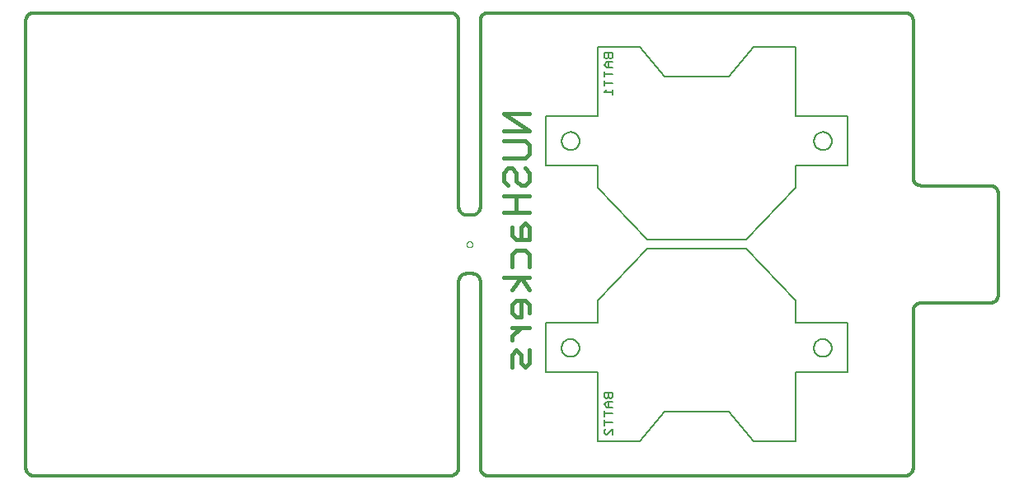
<source format=gbo>
G75*
%MOIN*%
%OFA0B0*%
%FSLAX25Y25*%
%IPPOS*%
%LPD*%
%AMOC8*
5,1,8,0,0,1.08239X$1,22.5*
%
%ADD10C,0.01200*%
%ADD11C,0.00000*%
%ADD12C,0.01700*%
%ADD13C,0.00500*%
%ADD14C,0.00600*%
D10*
X0004800Y0001600D02*
X0173400Y0001600D01*
X0173399Y0001601D02*
X0173517Y0001613D01*
X0173633Y0001630D01*
X0173749Y0001650D01*
X0173865Y0001674D01*
X0173979Y0001702D01*
X0174093Y0001733D01*
X0174205Y0001769D01*
X0174316Y0001808D01*
X0174426Y0001851D01*
X0174534Y0001898D01*
X0174641Y0001948D01*
X0174746Y0002002D01*
X0174849Y0002059D01*
X0174950Y0002119D01*
X0175049Y0002183D01*
X0175146Y0002250D01*
X0175240Y0002321D01*
X0175332Y0002394D01*
X0175422Y0002471D01*
X0175509Y0002550D01*
X0175593Y0002633D01*
X0175675Y0002718D01*
X0175753Y0002806D01*
X0175829Y0002896D01*
X0175901Y0002989D01*
X0175971Y0003084D01*
X0176037Y0003182D01*
X0176100Y0003281D01*
X0176159Y0003383D01*
X0176215Y0003487D01*
X0176268Y0003592D01*
X0176317Y0003699D01*
X0176363Y0003808D01*
X0176404Y0003918D01*
X0176442Y0004030D01*
X0176477Y0004142D01*
X0176507Y0004256D01*
X0176534Y0004371D01*
X0176557Y0004486D01*
X0176576Y0004603D01*
X0176591Y0004720D01*
X0176602Y0004837D01*
X0176609Y0004955D01*
X0176613Y0005072D01*
X0176612Y0005190D01*
X0176608Y0005308D01*
X0176599Y0005425D01*
X0176600Y0005425D02*
X0176600Y0080275D01*
X0176602Y0080387D01*
X0176608Y0080498D01*
X0176618Y0080609D01*
X0176631Y0080720D01*
X0176649Y0080831D01*
X0176670Y0080940D01*
X0176695Y0081049D01*
X0176724Y0081157D01*
X0176757Y0081264D01*
X0176793Y0081369D01*
X0176833Y0081474D01*
X0176877Y0081577D01*
X0176924Y0081678D01*
X0176975Y0081777D01*
X0177029Y0081875D01*
X0177086Y0081971D01*
X0177147Y0082064D01*
X0177211Y0082156D01*
X0177278Y0082245D01*
X0177349Y0082332D01*
X0177422Y0082416D01*
X0177498Y0082498D01*
X0177577Y0082577D01*
X0177659Y0082653D01*
X0177743Y0082726D01*
X0177830Y0082797D01*
X0177919Y0082864D01*
X0178011Y0082928D01*
X0178104Y0082989D01*
X0178200Y0083046D01*
X0178298Y0083100D01*
X0178397Y0083151D01*
X0178498Y0083198D01*
X0178601Y0083242D01*
X0178706Y0083282D01*
X0178811Y0083318D01*
X0178918Y0083351D01*
X0179026Y0083380D01*
X0179135Y0083405D01*
X0179244Y0083426D01*
X0179355Y0083444D01*
X0179466Y0083457D01*
X0179577Y0083467D01*
X0179688Y0083473D01*
X0179800Y0083475D01*
X0182150Y0083475D01*
X0179800Y0083475D02*
X0179725Y0083475D01*
X0182150Y0083475D02*
X0182262Y0083473D01*
X0182373Y0083467D01*
X0182484Y0083457D01*
X0182595Y0083444D01*
X0182706Y0083426D01*
X0182815Y0083405D01*
X0182924Y0083380D01*
X0183032Y0083351D01*
X0183139Y0083318D01*
X0183244Y0083282D01*
X0183349Y0083242D01*
X0183452Y0083198D01*
X0183553Y0083151D01*
X0183652Y0083100D01*
X0183750Y0083046D01*
X0183846Y0082989D01*
X0183939Y0082928D01*
X0184031Y0082864D01*
X0184120Y0082797D01*
X0184207Y0082726D01*
X0184291Y0082653D01*
X0184373Y0082577D01*
X0184452Y0082498D01*
X0184528Y0082416D01*
X0184601Y0082332D01*
X0184672Y0082245D01*
X0184739Y0082156D01*
X0184803Y0082064D01*
X0184864Y0081971D01*
X0184921Y0081875D01*
X0184975Y0081777D01*
X0185026Y0081678D01*
X0185073Y0081577D01*
X0185117Y0081474D01*
X0185157Y0081369D01*
X0185193Y0081264D01*
X0185226Y0081157D01*
X0185255Y0081049D01*
X0185280Y0080940D01*
X0185301Y0080831D01*
X0185319Y0080720D01*
X0185332Y0080609D01*
X0185342Y0080498D01*
X0185348Y0080387D01*
X0185350Y0080275D01*
X0185350Y0004800D01*
X0185352Y0004688D01*
X0185358Y0004577D01*
X0185368Y0004466D01*
X0185381Y0004355D01*
X0185399Y0004244D01*
X0185420Y0004135D01*
X0185445Y0004026D01*
X0185474Y0003918D01*
X0185507Y0003811D01*
X0185543Y0003706D01*
X0185583Y0003601D01*
X0185627Y0003498D01*
X0185674Y0003397D01*
X0185725Y0003298D01*
X0185779Y0003200D01*
X0185836Y0003104D01*
X0185897Y0003011D01*
X0185961Y0002919D01*
X0186028Y0002830D01*
X0186099Y0002743D01*
X0186172Y0002659D01*
X0186248Y0002577D01*
X0186327Y0002498D01*
X0186409Y0002422D01*
X0186493Y0002349D01*
X0186580Y0002278D01*
X0186669Y0002211D01*
X0186761Y0002147D01*
X0186854Y0002086D01*
X0186950Y0002029D01*
X0187048Y0001975D01*
X0187147Y0001924D01*
X0187248Y0001877D01*
X0187351Y0001833D01*
X0187456Y0001793D01*
X0187561Y0001757D01*
X0187668Y0001724D01*
X0187776Y0001695D01*
X0187885Y0001670D01*
X0187994Y0001649D01*
X0188105Y0001631D01*
X0188216Y0001618D01*
X0188327Y0001608D01*
X0188438Y0001602D01*
X0188550Y0001600D01*
X0357150Y0001600D01*
X0357262Y0001602D01*
X0357373Y0001608D01*
X0357484Y0001618D01*
X0357595Y0001631D01*
X0357706Y0001649D01*
X0357815Y0001670D01*
X0357924Y0001695D01*
X0358032Y0001724D01*
X0358139Y0001757D01*
X0358244Y0001793D01*
X0358349Y0001833D01*
X0358452Y0001877D01*
X0358553Y0001924D01*
X0358652Y0001975D01*
X0358750Y0002029D01*
X0358846Y0002086D01*
X0358939Y0002147D01*
X0359031Y0002211D01*
X0359120Y0002278D01*
X0359207Y0002349D01*
X0359291Y0002422D01*
X0359373Y0002498D01*
X0359452Y0002577D01*
X0359528Y0002659D01*
X0359601Y0002743D01*
X0359672Y0002830D01*
X0359739Y0002919D01*
X0359803Y0003011D01*
X0359864Y0003104D01*
X0359921Y0003200D01*
X0359975Y0003298D01*
X0360026Y0003397D01*
X0360073Y0003498D01*
X0360117Y0003601D01*
X0360157Y0003706D01*
X0360193Y0003811D01*
X0360226Y0003918D01*
X0360255Y0004026D01*
X0360280Y0004135D01*
X0360301Y0004244D01*
X0360319Y0004355D01*
X0360332Y0004466D01*
X0360342Y0004577D01*
X0360348Y0004688D01*
X0360350Y0004800D01*
X0360350Y0068400D01*
X0360352Y0068512D01*
X0360358Y0068623D01*
X0360368Y0068734D01*
X0360381Y0068845D01*
X0360399Y0068956D01*
X0360420Y0069065D01*
X0360445Y0069174D01*
X0360474Y0069282D01*
X0360507Y0069389D01*
X0360543Y0069494D01*
X0360583Y0069599D01*
X0360627Y0069702D01*
X0360674Y0069803D01*
X0360725Y0069902D01*
X0360779Y0070000D01*
X0360836Y0070096D01*
X0360897Y0070189D01*
X0360961Y0070281D01*
X0361028Y0070370D01*
X0361099Y0070457D01*
X0361172Y0070541D01*
X0361248Y0070623D01*
X0361327Y0070702D01*
X0361409Y0070778D01*
X0361493Y0070851D01*
X0361580Y0070922D01*
X0361669Y0070989D01*
X0361761Y0071053D01*
X0361854Y0071114D01*
X0361950Y0071171D01*
X0362048Y0071225D01*
X0362147Y0071276D01*
X0362248Y0071323D01*
X0362351Y0071367D01*
X0362456Y0071407D01*
X0362561Y0071443D01*
X0362668Y0071476D01*
X0362776Y0071505D01*
X0362885Y0071530D01*
X0362994Y0071551D01*
X0363105Y0071569D01*
X0363216Y0071582D01*
X0363327Y0071592D01*
X0363438Y0071598D01*
X0363550Y0071600D01*
X0391525Y0071600D01*
X0391637Y0071602D01*
X0391748Y0071608D01*
X0391859Y0071618D01*
X0391970Y0071631D01*
X0392081Y0071649D01*
X0392190Y0071670D01*
X0392299Y0071695D01*
X0392407Y0071724D01*
X0392514Y0071757D01*
X0392619Y0071793D01*
X0392724Y0071833D01*
X0392827Y0071877D01*
X0392928Y0071924D01*
X0393027Y0071975D01*
X0393125Y0072029D01*
X0393221Y0072086D01*
X0393314Y0072147D01*
X0393406Y0072211D01*
X0393495Y0072278D01*
X0393582Y0072349D01*
X0393666Y0072422D01*
X0393748Y0072498D01*
X0393827Y0072577D01*
X0393903Y0072659D01*
X0393976Y0072743D01*
X0394047Y0072830D01*
X0394114Y0072919D01*
X0394178Y0073011D01*
X0394239Y0073104D01*
X0394296Y0073200D01*
X0394350Y0073298D01*
X0394401Y0073397D01*
X0394448Y0073498D01*
X0394492Y0073601D01*
X0394532Y0073706D01*
X0394568Y0073811D01*
X0394601Y0073918D01*
X0394630Y0074026D01*
X0394655Y0074135D01*
X0394676Y0074244D01*
X0394694Y0074355D01*
X0394707Y0074466D01*
X0394717Y0074577D01*
X0394723Y0074688D01*
X0394725Y0074800D01*
X0394725Y0115900D01*
X0394723Y0116012D01*
X0394717Y0116123D01*
X0394707Y0116234D01*
X0394694Y0116345D01*
X0394676Y0116456D01*
X0394655Y0116565D01*
X0394630Y0116674D01*
X0394601Y0116782D01*
X0394568Y0116889D01*
X0394532Y0116994D01*
X0394492Y0117099D01*
X0394448Y0117202D01*
X0394401Y0117303D01*
X0394350Y0117402D01*
X0394296Y0117500D01*
X0394239Y0117596D01*
X0394178Y0117689D01*
X0394114Y0117781D01*
X0394047Y0117870D01*
X0393976Y0117957D01*
X0393903Y0118041D01*
X0393827Y0118123D01*
X0393748Y0118202D01*
X0393666Y0118278D01*
X0393582Y0118351D01*
X0393495Y0118422D01*
X0393406Y0118489D01*
X0393314Y0118553D01*
X0393221Y0118614D01*
X0393125Y0118671D01*
X0393027Y0118725D01*
X0392928Y0118776D01*
X0392827Y0118823D01*
X0392724Y0118867D01*
X0392619Y0118907D01*
X0392514Y0118943D01*
X0392407Y0118976D01*
X0392299Y0119005D01*
X0392190Y0119030D01*
X0392081Y0119051D01*
X0391970Y0119069D01*
X0391859Y0119082D01*
X0391748Y0119092D01*
X0391637Y0119098D01*
X0391525Y0119100D01*
X0363550Y0119100D01*
X0363438Y0119102D01*
X0363327Y0119108D01*
X0363216Y0119118D01*
X0363105Y0119131D01*
X0362994Y0119149D01*
X0362885Y0119170D01*
X0362776Y0119195D01*
X0362668Y0119224D01*
X0362561Y0119257D01*
X0362456Y0119293D01*
X0362351Y0119333D01*
X0362248Y0119377D01*
X0362147Y0119424D01*
X0362048Y0119475D01*
X0361950Y0119529D01*
X0361854Y0119586D01*
X0361761Y0119647D01*
X0361669Y0119711D01*
X0361580Y0119778D01*
X0361493Y0119849D01*
X0361409Y0119922D01*
X0361327Y0119998D01*
X0361248Y0120077D01*
X0361172Y0120159D01*
X0361099Y0120243D01*
X0361028Y0120330D01*
X0360961Y0120419D01*
X0360897Y0120511D01*
X0360836Y0120604D01*
X0360779Y0120700D01*
X0360725Y0120798D01*
X0360674Y0120897D01*
X0360627Y0120998D01*
X0360583Y0121101D01*
X0360543Y0121206D01*
X0360507Y0121311D01*
X0360474Y0121418D01*
X0360445Y0121526D01*
X0360420Y0121635D01*
X0360399Y0121744D01*
X0360381Y0121855D01*
X0360368Y0121966D01*
X0360358Y0122077D01*
X0360352Y0122188D01*
X0360350Y0122300D01*
X0360350Y0185900D01*
X0360348Y0186012D01*
X0360342Y0186123D01*
X0360332Y0186234D01*
X0360319Y0186345D01*
X0360301Y0186456D01*
X0360280Y0186565D01*
X0360255Y0186674D01*
X0360226Y0186782D01*
X0360193Y0186889D01*
X0360157Y0186994D01*
X0360117Y0187099D01*
X0360073Y0187202D01*
X0360026Y0187303D01*
X0359975Y0187402D01*
X0359921Y0187500D01*
X0359864Y0187596D01*
X0359803Y0187689D01*
X0359739Y0187781D01*
X0359672Y0187870D01*
X0359601Y0187957D01*
X0359528Y0188041D01*
X0359452Y0188123D01*
X0359373Y0188202D01*
X0359291Y0188278D01*
X0359207Y0188351D01*
X0359120Y0188422D01*
X0359031Y0188489D01*
X0358939Y0188553D01*
X0358846Y0188614D01*
X0358750Y0188671D01*
X0358652Y0188725D01*
X0358553Y0188776D01*
X0358452Y0188823D01*
X0358349Y0188867D01*
X0358244Y0188907D01*
X0358139Y0188943D01*
X0358032Y0188976D01*
X0357924Y0189005D01*
X0357815Y0189030D01*
X0357706Y0189051D01*
X0357595Y0189069D01*
X0357484Y0189082D01*
X0357373Y0189092D01*
X0357262Y0189098D01*
X0357150Y0189100D01*
X0188550Y0189100D01*
X0188438Y0189098D01*
X0188327Y0189092D01*
X0188216Y0189082D01*
X0188105Y0189069D01*
X0187994Y0189051D01*
X0187885Y0189030D01*
X0187776Y0189005D01*
X0187668Y0188976D01*
X0187561Y0188943D01*
X0187456Y0188907D01*
X0187351Y0188867D01*
X0187248Y0188823D01*
X0187147Y0188776D01*
X0187048Y0188725D01*
X0186950Y0188671D01*
X0186854Y0188614D01*
X0186761Y0188553D01*
X0186669Y0188489D01*
X0186580Y0188422D01*
X0186493Y0188351D01*
X0186409Y0188278D01*
X0186327Y0188202D01*
X0186248Y0188123D01*
X0186172Y0188041D01*
X0186099Y0187957D01*
X0186028Y0187870D01*
X0185961Y0187781D01*
X0185897Y0187689D01*
X0185836Y0187596D01*
X0185779Y0187500D01*
X0185725Y0187402D01*
X0185674Y0187303D01*
X0185627Y0187202D01*
X0185583Y0187099D01*
X0185543Y0186994D01*
X0185507Y0186889D01*
X0185474Y0186782D01*
X0185445Y0186674D01*
X0185420Y0186565D01*
X0185399Y0186456D01*
X0185381Y0186345D01*
X0185368Y0186234D01*
X0185358Y0186123D01*
X0185352Y0186012D01*
X0185350Y0185900D01*
X0185350Y0110425D01*
X0185348Y0110313D01*
X0185342Y0110202D01*
X0185332Y0110091D01*
X0185319Y0109980D01*
X0185301Y0109869D01*
X0185280Y0109760D01*
X0185255Y0109651D01*
X0185226Y0109543D01*
X0185193Y0109436D01*
X0185157Y0109331D01*
X0185117Y0109226D01*
X0185073Y0109123D01*
X0185026Y0109022D01*
X0184975Y0108923D01*
X0184921Y0108825D01*
X0184864Y0108729D01*
X0184803Y0108636D01*
X0184739Y0108544D01*
X0184672Y0108455D01*
X0184601Y0108368D01*
X0184528Y0108284D01*
X0184452Y0108202D01*
X0184373Y0108123D01*
X0184291Y0108047D01*
X0184207Y0107974D01*
X0184120Y0107903D01*
X0184031Y0107836D01*
X0183939Y0107772D01*
X0183846Y0107711D01*
X0183750Y0107654D01*
X0183652Y0107600D01*
X0183553Y0107549D01*
X0183452Y0107502D01*
X0183349Y0107458D01*
X0183244Y0107418D01*
X0183139Y0107382D01*
X0183032Y0107349D01*
X0182924Y0107320D01*
X0182815Y0107295D01*
X0182706Y0107274D01*
X0182595Y0107256D01*
X0182484Y0107243D01*
X0182373Y0107233D01*
X0182262Y0107227D01*
X0182150Y0107225D01*
X0179800Y0107225D01*
X0179688Y0107227D01*
X0179577Y0107233D01*
X0179466Y0107243D01*
X0179355Y0107256D01*
X0179244Y0107274D01*
X0179135Y0107295D01*
X0179026Y0107320D01*
X0178918Y0107349D01*
X0178811Y0107382D01*
X0178706Y0107418D01*
X0178601Y0107458D01*
X0178498Y0107502D01*
X0178397Y0107549D01*
X0178298Y0107600D01*
X0178200Y0107654D01*
X0178104Y0107711D01*
X0178011Y0107772D01*
X0177919Y0107836D01*
X0177830Y0107903D01*
X0177743Y0107974D01*
X0177659Y0108047D01*
X0177577Y0108123D01*
X0177498Y0108202D01*
X0177422Y0108284D01*
X0177349Y0108368D01*
X0177278Y0108455D01*
X0177211Y0108544D01*
X0177147Y0108636D01*
X0177086Y0108729D01*
X0177029Y0108825D01*
X0176975Y0108923D01*
X0176924Y0109022D01*
X0176877Y0109123D01*
X0176833Y0109226D01*
X0176793Y0109331D01*
X0176757Y0109436D01*
X0176724Y0109543D01*
X0176695Y0109651D01*
X0176670Y0109760D01*
X0176649Y0109869D01*
X0176631Y0109980D01*
X0176618Y0110091D01*
X0176608Y0110202D01*
X0176602Y0110313D01*
X0176600Y0110425D01*
X0176600Y0185275D01*
X0176599Y0185275D02*
X0176608Y0185392D01*
X0176612Y0185510D01*
X0176613Y0185628D01*
X0176609Y0185745D01*
X0176602Y0185863D01*
X0176591Y0185980D01*
X0176576Y0186097D01*
X0176557Y0186214D01*
X0176534Y0186329D01*
X0176507Y0186444D01*
X0176477Y0186558D01*
X0176442Y0186670D01*
X0176404Y0186782D01*
X0176363Y0186892D01*
X0176317Y0187001D01*
X0176268Y0187108D01*
X0176215Y0187213D01*
X0176159Y0187317D01*
X0176100Y0187419D01*
X0176037Y0187518D01*
X0175971Y0187616D01*
X0175901Y0187711D01*
X0175829Y0187804D01*
X0175753Y0187894D01*
X0175675Y0187982D01*
X0175593Y0188067D01*
X0175509Y0188150D01*
X0175422Y0188229D01*
X0175332Y0188306D01*
X0175240Y0188379D01*
X0175146Y0188450D01*
X0175049Y0188517D01*
X0174950Y0188581D01*
X0174849Y0188641D01*
X0174746Y0188698D01*
X0174641Y0188752D01*
X0174534Y0188802D01*
X0174426Y0188849D01*
X0174316Y0188892D01*
X0174205Y0188931D01*
X0174093Y0188967D01*
X0173979Y0188998D01*
X0173865Y0189026D01*
X0173749Y0189050D01*
X0173633Y0189070D01*
X0173517Y0189087D01*
X0173399Y0189099D01*
X0173400Y0189100D02*
X0009800Y0189100D01*
X0009725Y0189100D02*
X0004800Y0189100D01*
X0004688Y0189098D01*
X0004577Y0189092D01*
X0004466Y0189082D01*
X0004355Y0189069D01*
X0004244Y0189051D01*
X0004135Y0189030D01*
X0004026Y0189005D01*
X0003918Y0188976D01*
X0003811Y0188943D01*
X0003706Y0188907D01*
X0003601Y0188867D01*
X0003498Y0188823D01*
X0003397Y0188776D01*
X0003298Y0188725D01*
X0003200Y0188671D01*
X0003104Y0188614D01*
X0003011Y0188553D01*
X0002919Y0188489D01*
X0002830Y0188422D01*
X0002743Y0188351D01*
X0002659Y0188278D01*
X0002577Y0188202D01*
X0002498Y0188123D01*
X0002422Y0188041D01*
X0002349Y0187957D01*
X0002278Y0187870D01*
X0002211Y0187781D01*
X0002147Y0187689D01*
X0002086Y0187596D01*
X0002029Y0187500D01*
X0001975Y0187402D01*
X0001924Y0187303D01*
X0001877Y0187202D01*
X0001833Y0187099D01*
X0001793Y0186994D01*
X0001757Y0186889D01*
X0001724Y0186782D01*
X0001695Y0186674D01*
X0001670Y0186565D01*
X0001649Y0186456D01*
X0001631Y0186345D01*
X0001618Y0186234D01*
X0001608Y0186123D01*
X0001602Y0186012D01*
X0001600Y0185900D01*
X0001600Y0004800D01*
X0001602Y0004688D01*
X0001608Y0004577D01*
X0001618Y0004466D01*
X0001631Y0004355D01*
X0001649Y0004244D01*
X0001670Y0004135D01*
X0001695Y0004026D01*
X0001724Y0003918D01*
X0001757Y0003811D01*
X0001793Y0003706D01*
X0001833Y0003601D01*
X0001877Y0003498D01*
X0001924Y0003397D01*
X0001975Y0003298D01*
X0002029Y0003200D01*
X0002086Y0003104D01*
X0002147Y0003011D01*
X0002211Y0002919D01*
X0002278Y0002830D01*
X0002349Y0002743D01*
X0002422Y0002659D01*
X0002498Y0002577D01*
X0002577Y0002498D01*
X0002659Y0002422D01*
X0002743Y0002349D01*
X0002830Y0002278D01*
X0002919Y0002211D01*
X0003011Y0002147D01*
X0003104Y0002086D01*
X0003200Y0002029D01*
X0003298Y0001975D01*
X0003397Y0001924D01*
X0003498Y0001877D01*
X0003601Y0001833D01*
X0003706Y0001793D01*
X0003811Y0001757D01*
X0003918Y0001724D01*
X0004026Y0001695D01*
X0004135Y0001670D01*
X0004244Y0001649D01*
X0004355Y0001631D01*
X0004466Y0001618D01*
X0004577Y0001608D01*
X0004688Y0001602D01*
X0004800Y0001600D01*
D11*
X0179794Y0095350D02*
X0179796Y0095419D01*
X0179802Y0095487D01*
X0179812Y0095555D01*
X0179826Y0095622D01*
X0179844Y0095689D01*
X0179865Y0095754D01*
X0179891Y0095818D01*
X0179920Y0095880D01*
X0179952Y0095940D01*
X0179988Y0095999D01*
X0180028Y0096055D01*
X0180070Y0096109D01*
X0180116Y0096160D01*
X0180165Y0096209D01*
X0180216Y0096255D01*
X0180270Y0096297D01*
X0180326Y0096337D01*
X0180384Y0096373D01*
X0180445Y0096405D01*
X0180507Y0096434D01*
X0180571Y0096460D01*
X0180636Y0096481D01*
X0180703Y0096499D01*
X0180770Y0096513D01*
X0180838Y0096523D01*
X0180906Y0096529D01*
X0180975Y0096531D01*
X0181044Y0096529D01*
X0181112Y0096523D01*
X0181180Y0096513D01*
X0181247Y0096499D01*
X0181314Y0096481D01*
X0181379Y0096460D01*
X0181443Y0096434D01*
X0181505Y0096405D01*
X0181565Y0096373D01*
X0181624Y0096337D01*
X0181680Y0096297D01*
X0181734Y0096255D01*
X0181785Y0096209D01*
X0181834Y0096160D01*
X0181880Y0096109D01*
X0181922Y0096055D01*
X0181962Y0095999D01*
X0181998Y0095940D01*
X0182030Y0095880D01*
X0182059Y0095818D01*
X0182085Y0095754D01*
X0182106Y0095689D01*
X0182124Y0095622D01*
X0182138Y0095555D01*
X0182148Y0095487D01*
X0182154Y0095419D01*
X0182156Y0095350D01*
X0182154Y0095281D01*
X0182148Y0095213D01*
X0182138Y0095145D01*
X0182124Y0095078D01*
X0182106Y0095011D01*
X0182085Y0094946D01*
X0182059Y0094882D01*
X0182030Y0094820D01*
X0181998Y0094759D01*
X0181962Y0094701D01*
X0181922Y0094645D01*
X0181880Y0094591D01*
X0181834Y0094540D01*
X0181785Y0094491D01*
X0181734Y0094445D01*
X0181680Y0094403D01*
X0181624Y0094363D01*
X0181566Y0094327D01*
X0181505Y0094295D01*
X0181443Y0094266D01*
X0181379Y0094240D01*
X0181314Y0094219D01*
X0181247Y0094201D01*
X0181180Y0094187D01*
X0181112Y0094177D01*
X0181044Y0094171D01*
X0180975Y0094169D01*
X0180906Y0094171D01*
X0180838Y0094177D01*
X0180770Y0094187D01*
X0180703Y0094201D01*
X0180636Y0094219D01*
X0180571Y0094240D01*
X0180507Y0094266D01*
X0180445Y0094295D01*
X0180384Y0094327D01*
X0180326Y0094363D01*
X0180270Y0094403D01*
X0180216Y0094445D01*
X0180165Y0094491D01*
X0180116Y0094540D01*
X0180070Y0094591D01*
X0180028Y0094645D01*
X0179988Y0094701D01*
X0179952Y0094759D01*
X0179920Y0094820D01*
X0179891Y0094882D01*
X0179865Y0094946D01*
X0179844Y0095011D01*
X0179826Y0095078D01*
X0179812Y0095145D01*
X0179802Y0095213D01*
X0179796Y0095281D01*
X0179794Y0095350D01*
D12*
X0198252Y0098898D02*
X0199971Y0097180D01*
X0205125Y0097180D01*
X0205125Y0102334D01*
X0203407Y0104052D01*
X0201689Y0102334D01*
X0201689Y0097180D01*
X0198252Y0098898D02*
X0198252Y0102334D01*
X0199971Y0108229D02*
X0199971Y0115102D01*
X0205125Y0115102D02*
X0194816Y0115102D01*
X0196534Y0119279D02*
X0194816Y0120997D01*
X0194816Y0124433D01*
X0196534Y0126151D01*
X0198252Y0126151D01*
X0199971Y0124433D01*
X0199971Y0120997D01*
X0201689Y0119279D01*
X0203407Y0119279D01*
X0205125Y0120997D01*
X0205125Y0124433D01*
X0203407Y0126151D01*
X0203407Y0130328D02*
X0194816Y0130328D01*
X0203407Y0130328D02*
X0205125Y0132046D01*
X0205125Y0135482D01*
X0203407Y0137201D01*
X0194816Y0137201D01*
X0194816Y0141377D02*
X0205125Y0141377D01*
X0194816Y0148250D01*
X0205125Y0148250D01*
X0205125Y0108229D02*
X0194816Y0108229D01*
X0199971Y0093003D02*
X0203407Y0093003D01*
X0205125Y0091285D01*
X0205125Y0086130D01*
X0198252Y0086130D02*
X0198252Y0091285D01*
X0199971Y0093003D01*
X0201689Y0081953D02*
X0198252Y0076799D01*
X0201689Y0081953D02*
X0205125Y0076799D01*
X0203407Y0072746D02*
X0199971Y0072746D01*
X0198252Y0071027D01*
X0198252Y0067591D01*
X0199971Y0065873D01*
X0201689Y0065873D01*
X0201689Y0072746D01*
X0203407Y0072746D02*
X0205125Y0071027D01*
X0205125Y0067591D01*
X0205125Y0061696D02*
X0198252Y0061696D01*
X0198252Y0058260D02*
X0201689Y0061696D01*
X0198252Y0058260D02*
X0198252Y0056542D01*
X0199971Y0052488D02*
X0198252Y0050770D01*
X0198252Y0045616D01*
X0201689Y0047334D02*
X0201689Y0050770D01*
X0199971Y0052488D01*
X0205125Y0052488D02*
X0205125Y0047334D01*
X0203407Y0045616D01*
X0201689Y0047334D01*
X0205125Y0081953D02*
X0194816Y0081953D01*
D13*
X0211800Y0063475D02*
X0211800Y0043475D01*
X0232800Y0043475D01*
X0232800Y0015475D01*
X0249800Y0015475D01*
X0259800Y0027475D01*
X0285800Y0027475D01*
X0295800Y0015475D01*
X0312800Y0015475D01*
X0312800Y0043475D01*
X0333800Y0043475D01*
X0333800Y0063475D01*
X0312800Y0063475D01*
X0312800Y0072475D01*
X0292800Y0093475D01*
X0252800Y0093475D01*
X0232800Y0072475D01*
X0232800Y0063475D01*
X0211800Y0063475D01*
X0218194Y0053475D02*
X0218196Y0053595D01*
X0218202Y0053715D01*
X0218212Y0053834D01*
X0218226Y0053953D01*
X0218244Y0054072D01*
X0218265Y0054190D01*
X0218291Y0054307D01*
X0218321Y0054423D01*
X0218354Y0054538D01*
X0218391Y0054652D01*
X0218432Y0054764D01*
X0218477Y0054876D01*
X0218526Y0054985D01*
X0218578Y0055093D01*
X0218633Y0055200D01*
X0218692Y0055304D01*
X0218755Y0055406D01*
X0218821Y0055506D01*
X0218890Y0055604D01*
X0218962Y0055700D01*
X0219038Y0055793D01*
X0219116Y0055883D01*
X0219198Y0055971D01*
X0219282Y0056056D01*
X0219369Y0056139D01*
X0219459Y0056218D01*
X0219552Y0056294D01*
X0219647Y0056367D01*
X0219744Y0056437D01*
X0219844Y0056504D01*
X0219945Y0056567D01*
X0220049Y0056627D01*
X0220155Y0056684D01*
X0220262Y0056737D01*
X0220372Y0056786D01*
X0220483Y0056832D01*
X0220595Y0056874D01*
X0220709Y0056912D01*
X0220823Y0056946D01*
X0220939Y0056977D01*
X0221056Y0057003D01*
X0221174Y0057026D01*
X0221292Y0057045D01*
X0221411Y0057060D01*
X0221531Y0057071D01*
X0221650Y0057078D01*
X0221770Y0057081D01*
X0221890Y0057080D01*
X0222010Y0057075D01*
X0222129Y0057066D01*
X0222248Y0057053D01*
X0222367Y0057036D01*
X0222485Y0057015D01*
X0222602Y0056991D01*
X0222719Y0056962D01*
X0222834Y0056930D01*
X0222948Y0056893D01*
X0223061Y0056853D01*
X0223173Y0056809D01*
X0223283Y0056762D01*
X0223392Y0056711D01*
X0223498Y0056656D01*
X0223603Y0056598D01*
X0223706Y0056536D01*
X0223807Y0056471D01*
X0223905Y0056403D01*
X0224001Y0056331D01*
X0224095Y0056257D01*
X0224186Y0056179D01*
X0224275Y0056098D01*
X0224360Y0056014D01*
X0224443Y0055928D01*
X0224523Y0055838D01*
X0224601Y0055747D01*
X0224674Y0055652D01*
X0224745Y0055556D01*
X0224813Y0055457D01*
X0224877Y0055355D01*
X0224938Y0055252D01*
X0224995Y0055147D01*
X0225049Y0055040D01*
X0225099Y0054931D01*
X0225146Y0054820D01*
X0225189Y0054708D01*
X0225228Y0054595D01*
X0225263Y0054480D01*
X0225294Y0054365D01*
X0225322Y0054248D01*
X0225346Y0054131D01*
X0225366Y0054012D01*
X0225382Y0053894D01*
X0225394Y0053774D01*
X0225402Y0053655D01*
X0225406Y0053535D01*
X0225406Y0053415D01*
X0225402Y0053295D01*
X0225394Y0053176D01*
X0225382Y0053056D01*
X0225366Y0052938D01*
X0225346Y0052819D01*
X0225322Y0052702D01*
X0225294Y0052585D01*
X0225263Y0052470D01*
X0225228Y0052355D01*
X0225189Y0052242D01*
X0225146Y0052130D01*
X0225099Y0052019D01*
X0225049Y0051910D01*
X0224995Y0051803D01*
X0224938Y0051698D01*
X0224877Y0051595D01*
X0224813Y0051493D01*
X0224745Y0051394D01*
X0224674Y0051298D01*
X0224601Y0051203D01*
X0224523Y0051112D01*
X0224443Y0051022D01*
X0224360Y0050936D01*
X0224275Y0050852D01*
X0224186Y0050771D01*
X0224095Y0050693D01*
X0224001Y0050619D01*
X0223905Y0050547D01*
X0223807Y0050479D01*
X0223706Y0050414D01*
X0223603Y0050352D01*
X0223498Y0050294D01*
X0223392Y0050239D01*
X0223283Y0050188D01*
X0223173Y0050141D01*
X0223061Y0050097D01*
X0222948Y0050057D01*
X0222834Y0050020D01*
X0222719Y0049988D01*
X0222602Y0049959D01*
X0222485Y0049935D01*
X0222367Y0049914D01*
X0222248Y0049897D01*
X0222129Y0049884D01*
X0222010Y0049875D01*
X0221890Y0049870D01*
X0221770Y0049869D01*
X0221650Y0049872D01*
X0221531Y0049879D01*
X0221411Y0049890D01*
X0221292Y0049905D01*
X0221174Y0049924D01*
X0221056Y0049947D01*
X0220939Y0049973D01*
X0220823Y0050004D01*
X0220709Y0050038D01*
X0220595Y0050076D01*
X0220483Y0050118D01*
X0220372Y0050164D01*
X0220262Y0050213D01*
X0220155Y0050266D01*
X0220049Y0050323D01*
X0219945Y0050383D01*
X0219844Y0050446D01*
X0219744Y0050513D01*
X0219647Y0050583D01*
X0219552Y0050656D01*
X0219459Y0050732D01*
X0219369Y0050811D01*
X0219282Y0050894D01*
X0219198Y0050979D01*
X0219116Y0051067D01*
X0219038Y0051157D01*
X0218962Y0051250D01*
X0218890Y0051346D01*
X0218821Y0051444D01*
X0218755Y0051544D01*
X0218692Y0051646D01*
X0218633Y0051750D01*
X0218578Y0051857D01*
X0218526Y0051965D01*
X0218477Y0052074D01*
X0218432Y0052186D01*
X0218391Y0052298D01*
X0218354Y0052412D01*
X0218321Y0052527D01*
X0218291Y0052643D01*
X0218265Y0052760D01*
X0218244Y0052878D01*
X0218226Y0052997D01*
X0218212Y0053116D01*
X0218202Y0053235D01*
X0218196Y0053355D01*
X0218194Y0053475D01*
X0252850Y0097225D02*
X0232850Y0118225D01*
X0232850Y0127225D01*
X0211850Y0127225D01*
X0211850Y0147225D01*
X0232850Y0147225D01*
X0232850Y0175225D01*
X0249850Y0175225D01*
X0259850Y0163225D01*
X0285850Y0163225D01*
X0295850Y0175225D01*
X0312850Y0175225D01*
X0312850Y0147225D01*
X0333850Y0147225D01*
X0333850Y0127225D01*
X0312850Y0127225D01*
X0312850Y0118225D01*
X0292850Y0097225D01*
X0252850Y0097225D01*
X0218244Y0137225D02*
X0218246Y0137345D01*
X0218252Y0137465D01*
X0218262Y0137584D01*
X0218276Y0137703D01*
X0218294Y0137822D01*
X0218315Y0137940D01*
X0218341Y0138057D01*
X0218371Y0138173D01*
X0218404Y0138288D01*
X0218441Y0138402D01*
X0218482Y0138514D01*
X0218527Y0138626D01*
X0218576Y0138735D01*
X0218628Y0138843D01*
X0218683Y0138950D01*
X0218742Y0139054D01*
X0218805Y0139156D01*
X0218871Y0139256D01*
X0218940Y0139354D01*
X0219012Y0139450D01*
X0219088Y0139543D01*
X0219166Y0139633D01*
X0219248Y0139721D01*
X0219332Y0139806D01*
X0219419Y0139889D01*
X0219509Y0139968D01*
X0219602Y0140044D01*
X0219697Y0140117D01*
X0219794Y0140187D01*
X0219894Y0140254D01*
X0219995Y0140317D01*
X0220099Y0140377D01*
X0220205Y0140434D01*
X0220312Y0140487D01*
X0220422Y0140536D01*
X0220533Y0140582D01*
X0220645Y0140624D01*
X0220759Y0140662D01*
X0220873Y0140696D01*
X0220989Y0140727D01*
X0221106Y0140753D01*
X0221224Y0140776D01*
X0221342Y0140795D01*
X0221461Y0140810D01*
X0221581Y0140821D01*
X0221700Y0140828D01*
X0221820Y0140831D01*
X0221940Y0140830D01*
X0222060Y0140825D01*
X0222179Y0140816D01*
X0222298Y0140803D01*
X0222417Y0140786D01*
X0222535Y0140765D01*
X0222652Y0140741D01*
X0222769Y0140712D01*
X0222884Y0140680D01*
X0222998Y0140643D01*
X0223111Y0140603D01*
X0223223Y0140559D01*
X0223333Y0140512D01*
X0223442Y0140461D01*
X0223548Y0140406D01*
X0223653Y0140348D01*
X0223756Y0140286D01*
X0223857Y0140221D01*
X0223955Y0140153D01*
X0224051Y0140081D01*
X0224145Y0140007D01*
X0224236Y0139929D01*
X0224325Y0139848D01*
X0224410Y0139764D01*
X0224493Y0139678D01*
X0224573Y0139588D01*
X0224651Y0139497D01*
X0224724Y0139402D01*
X0224795Y0139306D01*
X0224863Y0139207D01*
X0224927Y0139105D01*
X0224988Y0139002D01*
X0225045Y0138897D01*
X0225099Y0138790D01*
X0225149Y0138681D01*
X0225196Y0138570D01*
X0225239Y0138458D01*
X0225278Y0138345D01*
X0225313Y0138230D01*
X0225344Y0138115D01*
X0225372Y0137998D01*
X0225396Y0137881D01*
X0225416Y0137762D01*
X0225432Y0137644D01*
X0225444Y0137524D01*
X0225452Y0137405D01*
X0225456Y0137285D01*
X0225456Y0137165D01*
X0225452Y0137045D01*
X0225444Y0136926D01*
X0225432Y0136806D01*
X0225416Y0136688D01*
X0225396Y0136569D01*
X0225372Y0136452D01*
X0225344Y0136335D01*
X0225313Y0136220D01*
X0225278Y0136105D01*
X0225239Y0135992D01*
X0225196Y0135880D01*
X0225149Y0135769D01*
X0225099Y0135660D01*
X0225045Y0135553D01*
X0224988Y0135448D01*
X0224927Y0135345D01*
X0224863Y0135243D01*
X0224795Y0135144D01*
X0224724Y0135048D01*
X0224651Y0134953D01*
X0224573Y0134862D01*
X0224493Y0134772D01*
X0224410Y0134686D01*
X0224325Y0134602D01*
X0224236Y0134521D01*
X0224145Y0134443D01*
X0224051Y0134369D01*
X0223955Y0134297D01*
X0223857Y0134229D01*
X0223756Y0134164D01*
X0223653Y0134102D01*
X0223548Y0134044D01*
X0223442Y0133989D01*
X0223333Y0133938D01*
X0223223Y0133891D01*
X0223111Y0133847D01*
X0222998Y0133807D01*
X0222884Y0133770D01*
X0222769Y0133738D01*
X0222652Y0133709D01*
X0222535Y0133685D01*
X0222417Y0133664D01*
X0222298Y0133647D01*
X0222179Y0133634D01*
X0222060Y0133625D01*
X0221940Y0133620D01*
X0221820Y0133619D01*
X0221700Y0133622D01*
X0221581Y0133629D01*
X0221461Y0133640D01*
X0221342Y0133655D01*
X0221224Y0133674D01*
X0221106Y0133697D01*
X0220989Y0133723D01*
X0220873Y0133754D01*
X0220759Y0133788D01*
X0220645Y0133826D01*
X0220533Y0133868D01*
X0220422Y0133914D01*
X0220312Y0133963D01*
X0220205Y0134016D01*
X0220099Y0134073D01*
X0219995Y0134133D01*
X0219894Y0134196D01*
X0219794Y0134263D01*
X0219697Y0134333D01*
X0219602Y0134406D01*
X0219509Y0134482D01*
X0219419Y0134561D01*
X0219332Y0134644D01*
X0219248Y0134729D01*
X0219166Y0134817D01*
X0219088Y0134907D01*
X0219012Y0135000D01*
X0218940Y0135096D01*
X0218871Y0135194D01*
X0218805Y0135294D01*
X0218742Y0135396D01*
X0218683Y0135500D01*
X0218628Y0135607D01*
X0218576Y0135715D01*
X0218527Y0135824D01*
X0218482Y0135936D01*
X0218441Y0136048D01*
X0218404Y0136162D01*
X0218371Y0136277D01*
X0218341Y0136393D01*
X0218315Y0136510D01*
X0218294Y0136628D01*
X0218276Y0136747D01*
X0218262Y0136866D01*
X0218252Y0136985D01*
X0218246Y0137105D01*
X0218244Y0137225D01*
X0320244Y0137225D02*
X0320246Y0137345D01*
X0320252Y0137465D01*
X0320262Y0137584D01*
X0320276Y0137703D01*
X0320294Y0137822D01*
X0320315Y0137940D01*
X0320341Y0138057D01*
X0320371Y0138173D01*
X0320404Y0138288D01*
X0320441Y0138402D01*
X0320482Y0138514D01*
X0320527Y0138626D01*
X0320576Y0138735D01*
X0320628Y0138843D01*
X0320683Y0138950D01*
X0320742Y0139054D01*
X0320805Y0139156D01*
X0320871Y0139256D01*
X0320940Y0139354D01*
X0321012Y0139450D01*
X0321088Y0139543D01*
X0321166Y0139633D01*
X0321248Y0139721D01*
X0321332Y0139806D01*
X0321419Y0139889D01*
X0321509Y0139968D01*
X0321602Y0140044D01*
X0321697Y0140117D01*
X0321794Y0140187D01*
X0321894Y0140254D01*
X0321995Y0140317D01*
X0322099Y0140377D01*
X0322205Y0140434D01*
X0322312Y0140487D01*
X0322422Y0140536D01*
X0322533Y0140582D01*
X0322645Y0140624D01*
X0322759Y0140662D01*
X0322873Y0140696D01*
X0322989Y0140727D01*
X0323106Y0140753D01*
X0323224Y0140776D01*
X0323342Y0140795D01*
X0323461Y0140810D01*
X0323581Y0140821D01*
X0323700Y0140828D01*
X0323820Y0140831D01*
X0323940Y0140830D01*
X0324060Y0140825D01*
X0324179Y0140816D01*
X0324298Y0140803D01*
X0324417Y0140786D01*
X0324535Y0140765D01*
X0324652Y0140741D01*
X0324769Y0140712D01*
X0324884Y0140680D01*
X0324998Y0140643D01*
X0325111Y0140603D01*
X0325223Y0140559D01*
X0325333Y0140512D01*
X0325442Y0140461D01*
X0325548Y0140406D01*
X0325653Y0140348D01*
X0325756Y0140286D01*
X0325857Y0140221D01*
X0325955Y0140153D01*
X0326051Y0140081D01*
X0326145Y0140007D01*
X0326236Y0139929D01*
X0326325Y0139848D01*
X0326410Y0139764D01*
X0326493Y0139678D01*
X0326573Y0139588D01*
X0326651Y0139497D01*
X0326724Y0139402D01*
X0326795Y0139306D01*
X0326863Y0139207D01*
X0326927Y0139105D01*
X0326988Y0139002D01*
X0327045Y0138897D01*
X0327099Y0138790D01*
X0327149Y0138681D01*
X0327196Y0138570D01*
X0327239Y0138458D01*
X0327278Y0138345D01*
X0327313Y0138230D01*
X0327344Y0138115D01*
X0327372Y0137998D01*
X0327396Y0137881D01*
X0327416Y0137762D01*
X0327432Y0137644D01*
X0327444Y0137524D01*
X0327452Y0137405D01*
X0327456Y0137285D01*
X0327456Y0137165D01*
X0327452Y0137045D01*
X0327444Y0136926D01*
X0327432Y0136806D01*
X0327416Y0136688D01*
X0327396Y0136569D01*
X0327372Y0136452D01*
X0327344Y0136335D01*
X0327313Y0136220D01*
X0327278Y0136105D01*
X0327239Y0135992D01*
X0327196Y0135880D01*
X0327149Y0135769D01*
X0327099Y0135660D01*
X0327045Y0135553D01*
X0326988Y0135448D01*
X0326927Y0135345D01*
X0326863Y0135243D01*
X0326795Y0135144D01*
X0326724Y0135048D01*
X0326651Y0134953D01*
X0326573Y0134862D01*
X0326493Y0134772D01*
X0326410Y0134686D01*
X0326325Y0134602D01*
X0326236Y0134521D01*
X0326145Y0134443D01*
X0326051Y0134369D01*
X0325955Y0134297D01*
X0325857Y0134229D01*
X0325756Y0134164D01*
X0325653Y0134102D01*
X0325548Y0134044D01*
X0325442Y0133989D01*
X0325333Y0133938D01*
X0325223Y0133891D01*
X0325111Y0133847D01*
X0324998Y0133807D01*
X0324884Y0133770D01*
X0324769Y0133738D01*
X0324652Y0133709D01*
X0324535Y0133685D01*
X0324417Y0133664D01*
X0324298Y0133647D01*
X0324179Y0133634D01*
X0324060Y0133625D01*
X0323940Y0133620D01*
X0323820Y0133619D01*
X0323700Y0133622D01*
X0323581Y0133629D01*
X0323461Y0133640D01*
X0323342Y0133655D01*
X0323224Y0133674D01*
X0323106Y0133697D01*
X0322989Y0133723D01*
X0322873Y0133754D01*
X0322759Y0133788D01*
X0322645Y0133826D01*
X0322533Y0133868D01*
X0322422Y0133914D01*
X0322312Y0133963D01*
X0322205Y0134016D01*
X0322099Y0134073D01*
X0321995Y0134133D01*
X0321894Y0134196D01*
X0321794Y0134263D01*
X0321697Y0134333D01*
X0321602Y0134406D01*
X0321509Y0134482D01*
X0321419Y0134561D01*
X0321332Y0134644D01*
X0321248Y0134729D01*
X0321166Y0134817D01*
X0321088Y0134907D01*
X0321012Y0135000D01*
X0320940Y0135096D01*
X0320871Y0135194D01*
X0320805Y0135294D01*
X0320742Y0135396D01*
X0320683Y0135500D01*
X0320628Y0135607D01*
X0320576Y0135715D01*
X0320527Y0135824D01*
X0320482Y0135936D01*
X0320441Y0136048D01*
X0320404Y0136162D01*
X0320371Y0136277D01*
X0320341Y0136393D01*
X0320315Y0136510D01*
X0320294Y0136628D01*
X0320276Y0136747D01*
X0320262Y0136866D01*
X0320252Y0136985D01*
X0320246Y0137105D01*
X0320244Y0137225D01*
X0320194Y0053475D02*
X0320196Y0053595D01*
X0320202Y0053715D01*
X0320212Y0053834D01*
X0320226Y0053953D01*
X0320244Y0054072D01*
X0320265Y0054190D01*
X0320291Y0054307D01*
X0320321Y0054423D01*
X0320354Y0054538D01*
X0320391Y0054652D01*
X0320432Y0054764D01*
X0320477Y0054876D01*
X0320526Y0054985D01*
X0320578Y0055093D01*
X0320633Y0055200D01*
X0320692Y0055304D01*
X0320755Y0055406D01*
X0320821Y0055506D01*
X0320890Y0055604D01*
X0320962Y0055700D01*
X0321038Y0055793D01*
X0321116Y0055883D01*
X0321198Y0055971D01*
X0321282Y0056056D01*
X0321369Y0056139D01*
X0321459Y0056218D01*
X0321552Y0056294D01*
X0321647Y0056367D01*
X0321744Y0056437D01*
X0321844Y0056504D01*
X0321945Y0056567D01*
X0322049Y0056627D01*
X0322155Y0056684D01*
X0322262Y0056737D01*
X0322372Y0056786D01*
X0322483Y0056832D01*
X0322595Y0056874D01*
X0322709Y0056912D01*
X0322823Y0056946D01*
X0322939Y0056977D01*
X0323056Y0057003D01*
X0323174Y0057026D01*
X0323292Y0057045D01*
X0323411Y0057060D01*
X0323531Y0057071D01*
X0323650Y0057078D01*
X0323770Y0057081D01*
X0323890Y0057080D01*
X0324010Y0057075D01*
X0324129Y0057066D01*
X0324248Y0057053D01*
X0324367Y0057036D01*
X0324485Y0057015D01*
X0324602Y0056991D01*
X0324719Y0056962D01*
X0324834Y0056930D01*
X0324948Y0056893D01*
X0325061Y0056853D01*
X0325173Y0056809D01*
X0325283Y0056762D01*
X0325392Y0056711D01*
X0325498Y0056656D01*
X0325603Y0056598D01*
X0325706Y0056536D01*
X0325807Y0056471D01*
X0325905Y0056403D01*
X0326001Y0056331D01*
X0326095Y0056257D01*
X0326186Y0056179D01*
X0326275Y0056098D01*
X0326360Y0056014D01*
X0326443Y0055928D01*
X0326523Y0055838D01*
X0326601Y0055747D01*
X0326674Y0055652D01*
X0326745Y0055556D01*
X0326813Y0055457D01*
X0326877Y0055355D01*
X0326938Y0055252D01*
X0326995Y0055147D01*
X0327049Y0055040D01*
X0327099Y0054931D01*
X0327146Y0054820D01*
X0327189Y0054708D01*
X0327228Y0054595D01*
X0327263Y0054480D01*
X0327294Y0054365D01*
X0327322Y0054248D01*
X0327346Y0054131D01*
X0327366Y0054012D01*
X0327382Y0053894D01*
X0327394Y0053774D01*
X0327402Y0053655D01*
X0327406Y0053535D01*
X0327406Y0053415D01*
X0327402Y0053295D01*
X0327394Y0053176D01*
X0327382Y0053056D01*
X0327366Y0052938D01*
X0327346Y0052819D01*
X0327322Y0052702D01*
X0327294Y0052585D01*
X0327263Y0052470D01*
X0327228Y0052355D01*
X0327189Y0052242D01*
X0327146Y0052130D01*
X0327099Y0052019D01*
X0327049Y0051910D01*
X0326995Y0051803D01*
X0326938Y0051698D01*
X0326877Y0051595D01*
X0326813Y0051493D01*
X0326745Y0051394D01*
X0326674Y0051298D01*
X0326601Y0051203D01*
X0326523Y0051112D01*
X0326443Y0051022D01*
X0326360Y0050936D01*
X0326275Y0050852D01*
X0326186Y0050771D01*
X0326095Y0050693D01*
X0326001Y0050619D01*
X0325905Y0050547D01*
X0325807Y0050479D01*
X0325706Y0050414D01*
X0325603Y0050352D01*
X0325498Y0050294D01*
X0325392Y0050239D01*
X0325283Y0050188D01*
X0325173Y0050141D01*
X0325061Y0050097D01*
X0324948Y0050057D01*
X0324834Y0050020D01*
X0324719Y0049988D01*
X0324602Y0049959D01*
X0324485Y0049935D01*
X0324367Y0049914D01*
X0324248Y0049897D01*
X0324129Y0049884D01*
X0324010Y0049875D01*
X0323890Y0049870D01*
X0323770Y0049869D01*
X0323650Y0049872D01*
X0323531Y0049879D01*
X0323411Y0049890D01*
X0323292Y0049905D01*
X0323174Y0049924D01*
X0323056Y0049947D01*
X0322939Y0049973D01*
X0322823Y0050004D01*
X0322709Y0050038D01*
X0322595Y0050076D01*
X0322483Y0050118D01*
X0322372Y0050164D01*
X0322262Y0050213D01*
X0322155Y0050266D01*
X0322049Y0050323D01*
X0321945Y0050383D01*
X0321844Y0050446D01*
X0321744Y0050513D01*
X0321647Y0050583D01*
X0321552Y0050656D01*
X0321459Y0050732D01*
X0321369Y0050811D01*
X0321282Y0050894D01*
X0321198Y0050979D01*
X0321116Y0051067D01*
X0321038Y0051157D01*
X0320962Y0051250D01*
X0320890Y0051346D01*
X0320821Y0051444D01*
X0320755Y0051544D01*
X0320692Y0051646D01*
X0320633Y0051750D01*
X0320578Y0051857D01*
X0320526Y0051965D01*
X0320477Y0052074D01*
X0320432Y0052186D01*
X0320391Y0052298D01*
X0320354Y0052412D01*
X0320321Y0052527D01*
X0320291Y0052643D01*
X0320265Y0052760D01*
X0320244Y0052878D01*
X0320226Y0052997D01*
X0320212Y0053116D01*
X0320202Y0053235D01*
X0320196Y0053355D01*
X0320194Y0053475D01*
D14*
X0238816Y0035300D02*
X0238816Y0033599D01*
X0238249Y0033031D01*
X0237682Y0033031D01*
X0237114Y0033599D01*
X0237114Y0035300D01*
X0235413Y0035300D02*
X0235413Y0033599D01*
X0235980Y0033031D01*
X0236547Y0033031D01*
X0237114Y0033599D01*
X0237114Y0031617D02*
X0237114Y0029348D01*
X0236547Y0029348D02*
X0238816Y0029348D01*
X0236547Y0029348D02*
X0235413Y0030483D01*
X0236547Y0031617D01*
X0238816Y0031617D01*
X0238816Y0035300D02*
X0235413Y0035300D01*
X0235413Y0027934D02*
X0235413Y0025665D01*
X0235413Y0026799D02*
X0238816Y0026799D01*
X0238816Y0023116D02*
X0235413Y0023116D01*
X0235413Y0021982D02*
X0235413Y0024251D01*
X0235980Y0020567D02*
X0235413Y0020000D01*
X0235413Y0018866D01*
X0235980Y0018299D01*
X0236547Y0018299D01*
X0238816Y0020567D01*
X0238816Y0018299D01*
X0238816Y0155799D02*
X0238816Y0158067D01*
X0238816Y0156933D02*
X0235413Y0156933D01*
X0236547Y0158067D01*
X0235413Y0159482D02*
X0235413Y0161751D01*
X0235413Y0160616D02*
X0238816Y0160616D01*
X0235413Y0163165D02*
X0235413Y0165434D01*
X0235413Y0164299D02*
X0238816Y0164299D01*
X0238816Y0166848D02*
X0236547Y0166848D01*
X0235413Y0167983D01*
X0236547Y0169117D01*
X0238816Y0169117D01*
X0238249Y0170531D02*
X0237682Y0170531D01*
X0237114Y0171099D01*
X0237114Y0172800D01*
X0235413Y0172800D02*
X0235413Y0171099D01*
X0235980Y0170531D01*
X0236547Y0170531D01*
X0237114Y0171099D01*
X0238249Y0170531D02*
X0238816Y0171099D01*
X0238816Y0172800D01*
X0235413Y0172800D01*
X0237114Y0169117D02*
X0237114Y0166848D01*
M02*

</source>
